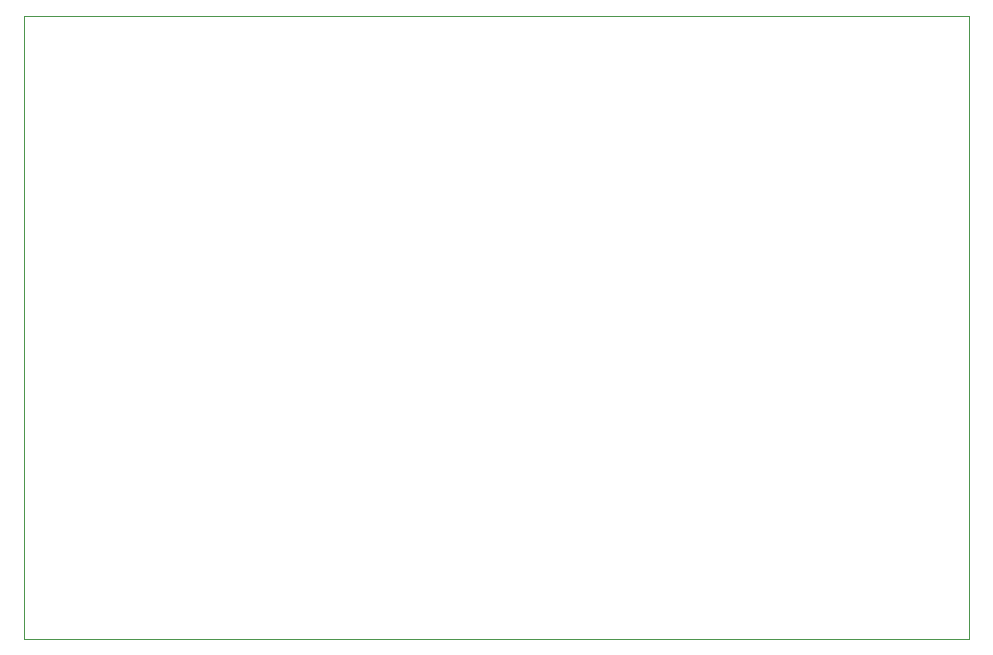
<source format=gbr>
%TF.GenerationSoftware,KiCad,Pcbnew,(5.1.6)-1*%
%TF.CreationDate,2020-10-07T17:19:25+08:00*%
%TF.ProjectId,MGame HID,4d47616d-6520-4484-9944-2e6b69636164,rev?*%
%TF.SameCoordinates,Original*%
%TF.FileFunction,Profile,NP*%
%FSLAX46Y46*%
G04 Gerber Fmt 4.6, Leading zero omitted, Abs format (unit mm)*
G04 Created by KiCad (PCBNEW (5.1.6)-1) date 2020-10-07 17:19:25*
%MOMM*%
%LPD*%
G01*
G04 APERTURE LIST*
%TA.AperFunction,Profile*%
%ADD10C,0.100000*%
%TD*%
G04 APERTURE END LIST*
D10*
X189230000Y-112395000D02*
X109220000Y-112395000D01*
X109220000Y-112395000D02*
X109220000Y-59690000D01*
X109220000Y-59690000D02*
X189230000Y-59690000D01*
X189230000Y-59690000D02*
X189230000Y-112395000D01*
M02*

</source>
